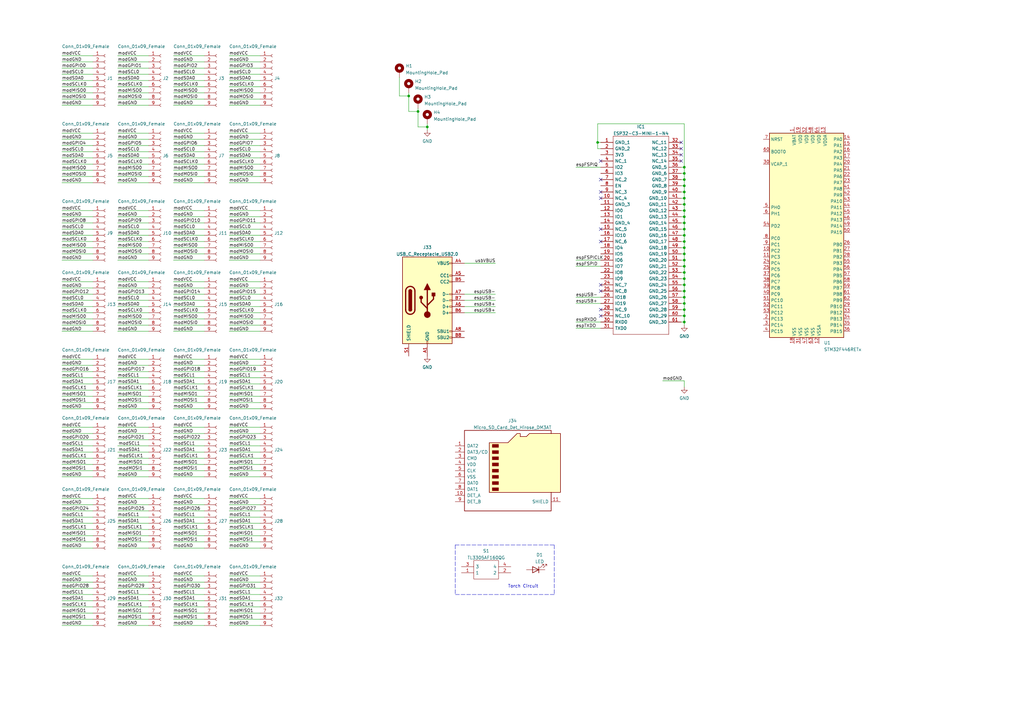
<source format=kicad_sch>
(kicad_sch (version 20211123) (generator eeschema)
  (paper "A3")
  (junction (at 280.67 119.38))
  (junction (at 280.67 88.9))
  (junction (at 280.67 124.46))
  (junction (at 280.67 76.2))
  (junction (at 280.67 106.68))
  (junction (at 280.67 83.82))
  (junction (at 167.64 39.37))
  (junction (at 280.67 81.28))
  (junction (at 175.26 52.07))
  (junction (at 245.11 58.42))
  (junction (at 280.67 91.44))
  (junction (at 280.67 86.36))
  (junction (at 171.45 45.72))
  (junction (at 280.67 121.92))
  (junction (at 280.67 93.98))
  (junction (at 280.67 116.84))
  (junction (at 280.67 78.74))
  (junction (at 280.67 111.76))
  (junction (at 280.67 73.66))
  (junction (at 280.67 109.22))
  (junction (at 280.67 101.6))
  (junction (at 280.67 96.52))
  (junction (at 280.67 129.54))
  (junction (at 280.67 132.08))
  (junction (at 280.67 68.58))
  (junction (at 280.67 71.12))
  (junction (at 280.67 99.06))
  (junction (at 280.67 127))
  (junction (at 280.67 104.14))
  (junction (at 280.67 114.3))
  (no_connect (at 246.38 93.98))
  (no_connect (at 246.38 129.54))
  (no_connect (at 246.38 127))
  (no_connect (at 246.38 119.38))
  (no_connect (at 246.38 99.06))
  (no_connect (at 279.4 66.04))
  (no_connect (at 279.4 63.5))
  (no_connect (at 279.4 60.96))
  (no_connect (at 279.4 58.42))
  (no_connect (at 246.38 66.04))
  (no_connect (at 246.38 81.28))
  (no_connect (at 246.38 78.74))
  (no_connect (at 246.38 73.66))
  (no_connect (at 246.38 116.84))
  (wire (pts (xy 25.4 241.3) (xy 38.1 241.3)))
  (wire (pts (xy 93.98 101.6) (xy 106.68 101.6)))
  (wire (pts (xy 71.12 165.1) (xy 83.82 165.1)))
  (wire (pts (xy 48.26 209.55) (xy 60.96 209.55)))
  (wire (pts (xy 93.98 217.17) (xy 106.68 217.17)))
  (wire (pts (xy 71.12 38.1) (xy 83.82 38.1)))
  (wire (pts (xy 93.98 236.22) (xy 106.68 236.22)))
  (wire (pts (xy 71.12 27.94) (xy 83.82 27.94)))
  (wire (pts (xy 71.12 195.58) (xy 83.82 195.58)))
  (wire (pts (xy 71.12 22.86) (xy 83.82 22.86)))
  (wire (pts (xy 71.12 99.06) (xy 83.82 99.06)))
  (wire (pts (xy 71.12 217.17) (xy 83.82 217.17)))
  (wire (pts (xy 93.98 27.94) (xy 106.68 27.94)))
  (wire (pts (xy 167.64 45.72) (xy 171.45 45.72)))
  (wire (pts (xy 71.12 130.81) (xy 83.82 130.81)))
  (wire (pts (xy 71.12 154.94) (xy 83.82 154.94)))
  (wire (pts (xy 71.12 193.04) (xy 83.82 193.04)))
  (wire (pts (xy 280.67 50.8) (xy 280.67 68.58)))
  (wire (pts (xy 190.5 125.73) (xy 203.2 125.73)))
  (wire (pts (xy 48.26 175.26) (xy 60.96 175.26)))
  (wire (pts (xy 280.67 73.66) (xy 280.67 71.12)))
  (wire (pts (xy 93.98 33.02) (xy 106.68 33.02)))
  (wire (pts (xy 280.67 132.08) (xy 280.67 129.54)))
  (wire (pts (xy 93.98 177.8) (xy 106.68 177.8)))
  (wire (pts (xy 93.98 96.52) (xy 106.68 96.52)))
  (wire (pts (xy 71.12 96.52) (xy 83.82 96.52)))
  (wire (pts (xy 236.22 121.92) (xy 246.38 121.92)))
  (wire (pts (xy 71.12 104.14) (xy 83.82 104.14)))
  (wire (pts (xy 71.12 204.47) (xy 83.82 204.47)))
  (wire (pts (xy 280.67 109.22) (xy 280.67 106.68)))
  (wire (pts (xy 48.26 219.71) (xy 60.96 219.71)))
  (wire (pts (xy 25.4 118.11) (xy 38.1 118.11)))
  (wire (pts (xy 93.98 59.69) (xy 106.68 59.69)))
  (wire (pts (xy 280.67 101.6) (xy 280.67 99.06)))
  (wire (pts (xy 93.98 256.54) (xy 106.68 256.54)))
  (wire (pts (xy 25.4 57.15) (xy 38.1 57.15)))
  (wire (pts (xy 280.67 83.82) (xy 280.67 81.28)))
  (wire (pts (xy 93.98 154.94) (xy 106.68 154.94)))
  (wire (pts (xy 48.26 93.98) (xy 60.96 93.98)))
  (wire (pts (xy 48.26 165.1) (xy 60.96 165.1)))
  (wire (pts (xy 48.26 88.9) (xy 60.96 88.9)))
  (wire (pts (xy 171.45 45.72) (xy 171.45 44.45)))
  (wire (pts (xy 48.26 246.38) (xy 60.96 246.38)))
  (wire (pts (xy 25.4 30.48) (xy 38.1 30.48)))
  (wire (pts (xy 48.26 162.56) (xy 60.96 162.56)))
  (wire (pts (xy 48.26 118.11) (xy 60.96 118.11)))
  (wire (pts (xy 93.98 195.58) (xy 106.68 195.58)))
  (wire (pts (xy 71.12 212.09) (xy 83.82 212.09)))
  (wire (pts (xy 48.26 91.44) (xy 60.96 91.44)))
  (wire (pts (xy 71.12 43.18) (xy 83.82 43.18)))
  (wire (pts (xy 48.26 190.5) (xy 60.96 190.5)))
  (wire (pts (xy 48.26 217.17) (xy 60.96 217.17)))
  (wire (pts (xy 280.67 96.52) (xy 280.67 93.98)))
  (wire (pts (xy 71.12 147.32) (xy 83.82 147.32)))
  (wire (pts (xy 48.26 64.77) (xy 60.96 64.77)))
  (wire (pts (xy 93.98 167.64) (xy 106.68 167.64)))
  (wire (pts (xy 48.26 224.79) (xy 60.96 224.79)))
  (wire (pts (xy 93.98 22.86) (xy 106.68 22.86)))
  (wire (pts (xy 48.26 167.64) (xy 60.96 167.64)))
  (wire (pts (xy 48.26 185.42) (xy 60.96 185.42)))
  (wire (pts (xy 48.26 128.27) (xy 60.96 128.27)))
  (wire (pts (xy 48.26 160.02) (xy 60.96 160.02)))
  (wire (pts (xy 48.26 67.31) (xy 60.96 67.31)))
  (wire (pts (xy 93.98 241.3) (xy 106.68 241.3)))
  (wire (pts (xy 93.98 149.86) (xy 106.68 149.86)))
  (wire (pts (xy 280.67 68.58) (xy 279.4 68.58)))
  (wire (pts (xy 236.22 109.22) (xy 246.38 109.22)))
  (wire (pts (xy 93.98 251.46) (xy 106.68 251.46)))
  (wire (pts (xy 48.26 177.8) (xy 60.96 177.8)))
  (wire (pts (xy 25.4 204.47) (xy 38.1 204.47)))
  (wire (pts (xy 280.67 78.74) (xy 280.67 76.2)))
  (wire (pts (xy 48.26 99.06) (xy 60.96 99.06)))
  (wire (pts (xy 71.12 251.46) (xy 83.82 251.46)))
  (wire (pts (xy 71.12 74.93) (xy 83.82 74.93)))
  (wire (pts (xy 93.98 246.38) (xy 106.68 246.38)))
  (wire (pts (xy 71.12 185.42) (xy 83.82 185.42)))
  (wire (pts (xy 48.26 125.73) (xy 60.96 125.73)))
  (wire (pts (xy 48.26 238.76) (xy 60.96 238.76)))
  (wire (pts (xy 25.4 214.63) (xy 38.1 214.63)))
  (wire (pts (xy 25.4 91.44) (xy 38.1 91.44)))
  (wire (pts (xy 93.98 35.56) (xy 106.68 35.56)))
  (wire (pts (xy 25.4 115.57) (xy 38.1 115.57)))
  (wire (pts (xy 25.4 167.64) (xy 38.1 167.64)))
  (wire (pts (xy 71.12 125.73) (xy 83.82 125.73)))
  (wire (pts (xy 175.26 53.34) (xy 175.26 52.07)))
  (wire (pts (xy 71.12 133.35) (xy 83.82 133.35)))
  (wire (pts (xy 25.4 149.86) (xy 38.1 149.86)))
  (wire (pts (xy 190.5 120.65) (xy 203.2 120.65)))
  (wire (pts (xy 236.22 134.62) (xy 246.38 134.62)))
  (wire (pts (xy 48.26 195.58) (xy 60.96 195.58)))
  (wire (pts (xy 280.67 81.28) (xy 280.67 78.74)))
  (wire (pts (xy 25.4 217.17) (xy 38.1 217.17)))
  (wire (pts (xy 71.12 157.48) (xy 83.82 157.48)))
  (wire (pts (xy 279.4 83.82) (xy 280.67 83.82)))
  (wire (pts (xy 25.4 152.4) (xy 38.1 152.4)))
  (wire (pts (xy 93.98 43.18) (xy 106.68 43.18)))
  (wire (pts (xy 71.12 118.11) (xy 83.82 118.11)))
  (wire (pts (xy 93.98 106.68) (xy 106.68 106.68)))
  (wire (pts (xy 25.4 27.94) (xy 38.1 27.94)))
  (wire (pts (xy 93.98 238.76) (xy 106.68 238.76)))
  (wire (pts (xy 93.98 40.64) (xy 106.68 40.64)))
  (wire (pts (xy 167.64 39.37) (xy 167.64 38.1)))
  (wire (pts (xy 71.12 33.02) (xy 83.82 33.02)))
  (wire (pts (xy 25.4 128.27) (xy 38.1 128.27)))
  (wire (pts (xy 48.26 72.39) (xy 60.96 72.39)))
  (wire (pts (xy 279.4 109.22) (xy 280.67 109.22)))
  (wire (pts (xy 279.4 124.46) (xy 280.67 124.46)))
  (wire (pts (xy 93.98 162.56) (xy 106.68 162.56)))
  (wire (pts (xy 48.26 251.46) (xy 60.96 251.46)))
  (wire (pts (xy 25.4 22.86) (xy 38.1 22.86)))
  (wire (pts (xy 93.98 254) (xy 106.68 254)))
  (wire (pts (xy 25.4 33.02) (xy 38.1 33.02)))
  (wire (pts (xy 280.67 86.36) (xy 280.67 83.82)))
  (wire (pts (xy 71.12 167.64) (xy 83.82 167.64)))
  (wire (pts (xy 48.26 69.85) (xy 60.96 69.85)))
  (wire (pts (xy 71.12 162.56) (xy 83.82 162.56)))
  (wire (pts (xy 48.26 101.6) (xy 60.96 101.6)))
  (wire (pts (xy 25.4 224.79) (xy 38.1 224.79)))
  (wire (pts (xy 48.26 254) (xy 60.96 254)))
  (wire (pts (xy 25.4 243.84) (xy 38.1 243.84)))
  (wire (pts (xy 236.22 68.58) (xy 246.38 68.58)))
  (wire (pts (xy 203.2 128.27) (xy 190.5 128.27)))
  (wire (pts (xy 48.26 180.34) (xy 60.96 180.34)))
  (wire (pts (xy 93.98 207.01) (xy 106.68 207.01)))
  (wire (pts (xy 25.4 69.85) (xy 38.1 69.85)))
  (wire (pts (xy 71.12 93.98) (xy 83.82 93.98)))
  (wire (pts (xy 280.67 124.46) (xy 280.67 121.92)))
  (wire (pts (xy 48.26 248.92) (xy 60.96 248.92)))
  (wire (pts (xy 71.12 152.4) (xy 83.82 152.4)))
  (wire (pts (xy 93.98 243.84) (xy 106.68 243.84)))
  (polyline (pts (xy 186.69 223.52) (xy 227.33 223.52)))
  (wire (pts (xy 48.26 135.89) (xy 60.96 135.89)))
  (wire (pts (xy 236.22 106.68) (xy 246.38 106.68)))
  (wire (pts (xy 48.26 35.56) (xy 60.96 35.56)))
  (wire (pts (xy 93.98 204.47) (xy 106.68 204.47)))
  (wire (pts (xy 280.67 93.98) (xy 280.67 91.44)))
  (wire (pts (xy 93.98 118.11) (xy 106.68 118.11)))
  (wire (pts (xy 279.4 73.66) (xy 280.67 73.66)))
  (wire (pts (xy 25.4 123.19) (xy 38.1 123.19)))
  (wire (pts (xy 25.4 40.64) (xy 38.1 40.64)))
  (wire (pts (xy 245.11 58.42) (xy 245.11 50.8)))
  (wire (pts (xy 71.12 214.63) (xy 83.82 214.63)))
  (wire (pts (xy 71.12 30.48) (xy 83.82 30.48)))
  (wire (pts (xy 71.12 243.84) (xy 83.82 243.84)))
  (wire (pts (xy 279.4 88.9) (xy 280.67 88.9)))
  (wire (pts (xy 93.98 214.63) (xy 106.68 214.63)))
  (wire (pts (xy 71.12 219.71) (xy 83.82 219.71)))
  (wire (pts (xy 71.12 59.69) (xy 83.82 59.69)))
  (wire (pts (xy 93.98 147.32) (xy 106.68 147.32)))
  (wire (pts (xy 279.4 132.08) (xy 280.67 132.08)))
  (wire (pts (xy 48.26 157.48) (xy 60.96 157.48)))
  (wire (pts (xy 25.4 43.18) (xy 38.1 43.18)))
  (wire (pts (xy 93.98 209.55) (xy 106.68 209.55)))
  (wire (pts (xy 25.4 251.46) (xy 38.1 251.46)))
  (wire (pts (xy 93.98 54.61) (xy 106.68 54.61)))
  (wire (pts (xy 48.26 212.09) (xy 60.96 212.09)))
  (wire (pts (xy 71.12 88.9) (xy 83.82 88.9)))
  (wire (pts (xy 279.4 121.92) (xy 280.67 121.92)))
  (wire (pts (xy 25.4 180.34) (xy 38.1 180.34)))
  (wire (pts (xy 25.4 182.88) (xy 38.1 182.88)))
  (wire (pts (xy 25.4 193.04) (xy 38.1 193.04)))
  (wire (pts (xy 48.26 222.25) (xy 60.96 222.25)))
  (wire (pts (xy 93.98 67.31) (xy 106.68 67.31)))
  (wire (pts (xy 25.4 165.1) (xy 38.1 165.1)))
  (wire (pts (xy 280.67 111.76) (xy 280.67 109.22)))
  (wire (pts (xy 25.4 133.35) (xy 38.1 133.35)))
  (wire (pts (xy 25.4 222.25) (xy 38.1 222.25)))
  (wire (pts (xy 71.12 115.57) (xy 83.82 115.57)))
  (wire (pts (xy 190.5 123.19) (xy 203.2 123.19)))
  (wire (pts (xy 48.26 236.22) (xy 60.96 236.22)))
  (wire (pts (xy 93.98 182.88) (xy 106.68 182.88)))
  (wire (pts (xy 279.4 104.14) (xy 280.67 104.14)))
  (wire (pts (xy 236.22 132.08) (xy 246.38 132.08)))
  (wire (pts (xy 175.26 52.07) (xy 175.26 50.8)))
  (wire (pts (xy 71.12 160.02) (xy 83.82 160.02)))
  (wire (pts (xy 93.98 130.81) (xy 106.68 130.81)))
  (wire (pts (xy 48.26 187.96) (xy 60.96 187.96)))
  (wire (pts (xy 71.12 254) (xy 83.82 254)))
  (wire (pts (xy 93.98 219.71) (xy 106.68 219.71)))
  (wire (pts (xy 48.26 96.52) (xy 60.96 96.52)))
  (wire (pts (xy 48.26 43.18) (xy 60.96 43.18)))
  (wire (pts (xy 25.4 120.65) (xy 38.1 120.65)))
  (wire (pts (xy 171.45 52.07) (xy 175.26 52.07)))
  (wire (pts (xy 71.12 123.19) (xy 83.82 123.19)))
  (wire (pts (xy 48.26 22.86) (xy 60.96 22.86)))
  (wire (pts (xy 93.98 135.89) (xy 106.68 135.89)))
  (wire (pts (xy 71.12 209.55) (xy 83.82 209.55)))
  (wire (pts (xy 48.26 62.23) (xy 60.96 62.23)))
  (wire (pts (xy 25.4 219.71) (xy 38.1 219.71)))
  (wire (pts (xy 25.4 125.73) (xy 38.1 125.73)))
  (wire (pts (xy 25.4 104.14) (xy 38.1 104.14)))
  (wire (pts (xy 25.4 86.36) (xy 38.1 86.36)))
  (wire (pts (xy 25.4 59.69) (xy 38.1 59.69)))
  (wire (pts (xy 93.98 57.15) (xy 106.68 57.15)))
  (wire (pts (xy 71.12 246.38) (xy 83.82 246.38)))
  (wire (pts (xy 280.67 91.44) (xy 280.67 88.9)))
  (wire (pts (xy 279.4 119.38) (xy 280.67 119.38)))
  (wire (pts (xy 48.26 241.3) (xy 60.96 241.3)))
  (wire (pts (xy 93.98 93.98) (xy 106.68 93.98)))
  (wire (pts (xy 48.26 182.88) (xy 60.96 182.88)))
  (wire (pts (xy 71.12 86.36) (xy 83.82 86.36)))
  (wire (pts (xy 71.12 256.54) (xy 83.82 256.54)))
  (wire (pts (xy 25.4 154.94) (xy 38.1 154.94)))
  (wire (pts (xy 71.12 187.96) (xy 83.82 187.96)))
  (wire (pts (xy 93.98 38.1) (xy 106.68 38.1)))
  (wire (pts (xy 25.4 106.68) (xy 38.1 106.68)))
  (wire (pts (xy 71.12 91.44) (xy 83.82 91.44)))
  (wire (pts (xy 25.4 256.54) (xy 38.1 256.54)))
  (wire (pts (xy 93.98 128.27) (xy 106.68 128.27)))
  (wire (pts (xy 279.4 76.2) (xy 280.67 76.2)))
  (wire (pts (xy 48.26 154.94) (xy 60.96 154.94)))
  (wire (pts (xy 93.98 187.96) (xy 106.68 187.96)))
  (wire (pts (xy 48.26 204.47) (xy 60.96 204.47)))
  (wire (pts (xy 71.12 64.77) (xy 83.82 64.77)))
  (wire (pts (xy 93.98 30.48) (xy 106.68 30.48)))
  (wire (pts (xy 25.4 130.81) (xy 38.1 130.81)))
  (wire (pts (xy 71.12 190.5) (xy 83.82 190.5)))
  (wire (pts (xy 163.83 39.37) (xy 167.64 39.37)))
  (wire (pts (xy 25.4 160.02) (xy 38.1 160.02)))
  (wire (pts (xy 25.4 64.77) (xy 38.1 64.77)))
  (wire (pts (xy 25.4 177.8) (xy 38.1 177.8)))
  (wire (pts (xy 71.12 25.4) (xy 83.82 25.4)))
  (wire (pts (xy 71.12 207.01) (xy 83.82 207.01)))
  (wire (pts (xy 25.4 74.93) (xy 38.1 74.93)))
  (wire (pts (xy 93.98 160.02) (xy 106.68 160.02)))
  (wire (pts (xy 279.4 106.68) (xy 280.67 106.68)))
  (wire (pts (xy 71.12 241.3) (xy 83.82 241.3)))
  (wire (pts (xy 279.4 114.3) (xy 280.67 114.3)))
  (wire (pts (xy 280.67 88.9) (xy 280.67 86.36)))
  (wire (pts (xy 271.78 156.21) (xy 280.67 156.21)))
  (wire (pts (xy 93.98 212.09) (xy 106.68 212.09)))
  (wire (pts (xy 171.45 45.72) (xy 171.45 52.07)))
  (wire (pts (xy 93.98 157.48) (xy 106.68 157.48)))
  (wire (pts (xy 93.98 125.73) (xy 106.68 125.73)))
  (wire (pts (xy 93.98 190.5) (xy 106.68 190.5)))
  (wire (pts (xy 280.67 121.92) (xy 280.67 119.38)))
  (wire (pts (xy 93.98 222.25) (xy 106.68 222.25)))
  (wire (pts (xy 71.12 35.56) (xy 83.82 35.56)))
  (wire (pts (xy 48.26 133.35) (xy 60.96 133.35)))
  (wire (pts (xy 280.67 99.06) (xy 280.67 96.52)))
  (wire (pts (xy 280.67 116.84) (xy 280.67 114.3)))
  (wire (pts (xy 71.12 222.25) (xy 83.82 222.25)))
  (wire (pts (xy 280.67 71.12) (xy 280.67 68.58)))
  (wire (pts (xy 48.26 59.69) (xy 60.96 59.69)))
  (wire (pts (xy 25.4 72.39) (xy 38.1 72.39)))
  (wire (pts (xy 48.26 123.19) (xy 60.96 123.19)))
  (wire (pts (xy 279.4 96.52) (xy 280.67 96.52)))
  (wire (pts (xy 93.98 165.1) (xy 106.68 165.1)))
  (wire (pts (xy 25.4 96.52) (xy 38.1 96.52)))
  (wire (pts (xy 71.12 182.88) (xy 83.82 182.88)))
  (wire (pts (xy 25.4 38.1) (xy 38.1 38.1)))
  (wire (pts (xy 71.12 149.86) (xy 83.82 149.86)))
  (wire (pts (xy 25.4 207.01) (xy 38.1 207.01)))
  (wire (pts (xy 25.4 212.09) (xy 38.1 212.09)))
  (wire (pts (xy 93.98 248.92) (xy 106.68 248.92)))
  (wire (pts (xy 48.26 256.54) (xy 60.96 256.54)))
  (wire (pts (xy 279.4 99.06) (xy 280.67 99.06)))
  (wire (pts (xy 25.4 209.55) (xy 38.1 209.55)))
  (wire (pts (xy 279.4 101.6) (xy 280.67 101.6)))
  (wire (pts (xy 25.4 162.56) (xy 38.1 162.56)))
  (wire (pts (xy 93.98 88.9) (xy 106.68 88.9)))
  (wire (pts (xy 279.4 86.36) (xy 280.67 86.36)))
  (wire (pts (xy 71.12 224.79) (xy 83.82 224.79)))
  (wire (pts (xy 280.67 104.14) (xy 280.67 101.6)))
  (wire (pts (xy 167.64 39.37) (xy 167.64 45.72)))
  (wire (pts (xy 93.98 104.14) (xy 106.68 104.14)))
  (wire (pts (xy 71.12 40.64) (xy 83.82 40.64)))
  (wire (pts (xy 280.67 76.2) (xy 280.67 73.66)))
  (wire (pts (xy 280.67 129.54) (xy 280.67 127)))
  (wire (pts (xy 93.98 175.26) (xy 106.68 175.26)))
  (wire (pts (xy 93.98 193.04) (xy 106.68 193.04)))
  (wire (pts (xy 71.12 248.92) (xy 83.82 248.92)))
  (wire (pts (xy 279.4 127) (xy 280.67 127)))
  (wire (pts (xy 71.12 177.8) (xy 83.82 177.8)))
  (wire (pts (xy 48.26 214.63) (xy 60.96 214.63)))
  (wire (pts (xy 25.4 101.6) (xy 38.1 101.6)))
  (wire (pts (xy 279.4 81.28) (xy 280.67 81.28)))
  (polyline (pts (xy 186.69 223.52) (xy 186.69 243.84)))
  (wire (pts (xy 93.98 64.77) (xy 106.68 64.77)))
  (wire (pts (xy 48.26 149.86) (xy 60.96 149.86)))
  (wire (pts (xy 71.12 128.27) (xy 83.82 128.27)))
  (wire (pts (xy 245.11 60.96) (xy 245.11 58.42)))
  (wire (pts (xy 25.4 35.56) (xy 38.1 35.56)))
  (wire (pts (xy 25.4 248.92) (xy 38.1 248.92)))
  (wire (pts (xy 48.26 104.14) (xy 60.96 104.14)))
  (wire (pts (xy 71.12 72.39) (xy 83.82 72.39)))
  (wire (pts (xy 93.98 86.36) (xy 106.68 86.36)))
  (wire (pts (xy 25.4 62.23) (xy 38.1 62.23)))
  (wire (pts (xy 280.67 133.35) (xy 280.67 132.08)))
  (wire (pts (xy 48.26 54.61) (xy 60.96 54.61)))
  (wire (pts (xy 93.98 224.79) (xy 106.68 224.79)))
  (wire (pts (xy 71.12 101.6) (xy 83.82 101.6)))
  (wire (pts (xy 279.4 111.76) (xy 280.67 111.76)))
  (wire (pts (xy 280.67 127) (xy 280.67 124.46)))
  (polyline (pts (xy 227.33 243.84) (xy 186.69 243.84)))
  (wire (pts (xy 48.26 115.57) (xy 60.96 115.57)))
  (wire (pts (xy 93.98 91.44) (xy 106.68 91.44)))
  (wire (pts (xy 25.4 238.76) (xy 38.1 238.76)))
  (wire (pts (xy 48.26 25.4) (xy 60.96 25.4)))
  (wire (pts (xy 25.4 246.38) (xy 38.1 246.38)))
  (wire (pts (xy 190.5 107.95) (xy 203.2 107.95)))
  (wire (pts (xy 245.11 50.8) (xy 280.67 50.8)))
  (wire (pts (xy 93.98 25.4) (xy 106.68 25.4)))
  (wire (pts (xy 93.98 69.85) (xy 106.68 69.85)))
  (wire (pts (xy 48.26 207.01) (xy 60.96 207.01)))
  (wire (pts (xy 25.4 67.31) (xy 38.1 67.31)))
  (wire (pts (xy 93.98 99.06) (xy 106.68 99.06)))
  (wire (pts (xy 163.83 31.75) (xy 163.83 39.37)))
  (wire (pts (xy 48.26 243.84) (xy 60.96 243.84)))
  (wire (pts (xy 48.26 74.93) (xy 60.96 74.93)))
  (wire (pts (xy 25.4 185.42) (xy 38.1 185.42)))
  (wire (pts (xy 246.38 60.96) (xy 245.11 60.96)))
  (wire (pts (xy 48.26 147.32) (xy 60.96 147.32)))
  (wire (pts (xy 48.26 152.4) (xy 60.96 152.4)))
  (wire (pts (xy 93.98 62.23) (xy 106.68 62.23)))
  (wire (pts (xy 245.11 58.42) (xy 246.38 58.42)))
  (wire (pts (xy 93.98 133.35) (xy 106.68 133.35)))
  (wire (pts (xy 93.98 152.4) (xy 106.68 152.4)))
  (wire (pts (xy 280.67 119.38) (xy 280.67 116.84)))
  (wire (pts (xy 25.4 135.89) (xy 38.1 135.89)))
  (wire (pts (xy 279.4 93.98) (xy 280.67 93.98)))
  (wire (pts (xy 279.4 78.74) (xy 280.67 78.74)))
  (wire (pts (xy 25.4 195.58) (xy 38.1 195.58)))
  (wire (pts (xy 93.98 72.39) (xy 106.68 72.39)))
  (wire (pts (xy 236.22 124.46) (xy 246.38 124.46)))
  (wire (pts (xy 25.4 88.9) (xy 38.1 88.9)))
  (wire (pts (xy 93.98 115.57) (xy 106.68 115.57)))
  (wire (pts (xy 25.4 54.61) (xy 38.1 54.61)))
  (wire (pts (xy 25.4 25.4) (xy 38.1 25.4)))
  (wire (pts (xy 48.26 130.81) (xy 60.96 130.81)))
  (wire (pts (xy 48.26 30.48) (xy 60.96 30.48)))
  (wire (pts (xy 25.4 147.32) (xy 38.1 147.32)))
  (wire (pts (xy 48.26 106.68) (xy 60.96 106.68)))
  (wire (pts (xy 71.12 57.15) (xy 83.82 57.15)))
  (polyline (pts (xy 227.33 223.52) (xy 227.33 243.84)))
  (wire (pts (xy 48.26 193.04) (xy 60.96 193.04)))
  (wire (pts (xy 71.12 238.76) (xy 83.82 238.76)))
  (wire (pts (xy 93.98 123.19) (xy 106.68 123.19)))
  (wire (pts (xy 279.4 129.54) (xy 280.67 129.54)))
  (wire (pts (xy 71.12 54.61) (xy 83.82 54.61)))
  (wire (pts (xy 25.4 187.96) (xy 38.1 187.96)))
  (wire (pts (xy 93.98 74.93) (xy 106.68 74.93)))
  (wire (pts (xy 71.12 62.23) (xy 83.82 62.23)))
  (wire (pts (xy 25.4 157.48) (xy 38.1 157.48)))
  (wire (pts (xy 71.12 135.89) (xy 83.82 135.89)))
  (wire (pts (xy 71.12 67.31) (xy 83.82 67.31)))
  (wire (pts (xy 71.12 106.68) (xy 83.82 106.68)))
  (wire (pts (xy 71.12 175.26) (xy 83.82 175.26)))
  (wire (pts (xy 71.12 120.65) (xy 83.82 120.65)))
  (wire (pts (xy 279.4 116.84) (xy 280.67 116.84)))
  (wire (pts (xy 71.12 180.34) (xy 83.82 180.34)))
  (wire (pts (xy 25.4 175.26) (xy 38.1 175.26)))
  (wire (pts (xy 71.12 236.22) (xy 83.82 236.22)))
  (wire (pts (xy 48.26 120.65) (xy 60.96 120.65)))
  (wire (pts (xy 280.67 158.75) (xy 280.67 156.21)))
  (wire (pts (xy 25.4 190.5) (xy 38.1 190.5)))
  (wire (pts (xy 48.26 33.02) (xy 60.96 33.02)))
  (wire (pts (xy 48.26 57.15) (xy 60.96 57.15)))
  (wire (pts (xy 48.26 40.64) (xy 60.96 40.64)))
  (wire (pts (xy 279.4 71.12) (xy 280.67 71.12)))
  (wire (pts (xy 279.4 91.44) (xy 280.67 91.44)))
  (wire (pts (xy 93.98 120.65) (xy 106.68 120.65)))
  (wire (pts (xy 93.98 185.42) (xy 106.68 185.42)))
  (wire (pts (xy 280.67 106.68) (xy 280.67 104.14)))
  (wire (pts (xy 71.12 69.85) (xy 83.82 69.85)))
  (wire (pts (xy 48.26 27.94) (xy 60.96 27.94)))
  (wire (pts (xy 280.67 114.3) (xy 280.67 111.76)))
  (wire (pts (xy 25.4 254) (xy 38.1 254)))
  (wire (pts (xy 48.26 86.36) (xy 60.96 86.36)))
  (wire (pts (xy 25.4 93.98) (xy 38.1 93.98)))
  (wire (pts (xy 93.98 180.34) (xy 106.68 180.34)))
  (wire (pts (xy 48.26 38.1) (xy 60.96 38.1)))
  (wire (pts (xy 25.4 236.22) (xy 38.1 236.22)))
  (wire (pts (xy 25.4 99.06) (xy 38.1 99.06)))
  (text "Torch Circuit" (at 208.28 241.3 0) (effects (font (size 1.27 1.27)) (justify left bottom)))
  (label "modSCL1" (at 93.98 154.94 0))
  (label "modGND" (at 25.4 25.4 0))
  (label "modSDA0" (at 71.12 96.52 0))
  (label "modSCLK1" (at 93.98 160.02 0))
  (label "modSDA0" (at 71.12 125.73 0))
  (label "modSDA0" (at 25.4 33.02 0))
  (label "modMISO0" (at 48.26 69.85 0))
  (label "modSCL1" (at 93.98 243.84 0))
  (label "modGND" (at 48.26 177.8 0))
  (label "modMOSI0" (at 25.4 72.39 0))
  (label "modMISO1" (at 71.12 162.56 0))
  (label "modGPIO12" (at 25.4 120.65 0))
  (label "modSCL0" (at 93.98 123.19 0))
  (label "modGND" (at 25.4 135.89 0))
  (label "modMISO1" (at 71.12 251.46 0))
  (label "usbVBUS" (at 203.2 107.95 180))
  (label "modGPIO21" (at 48.26 180.34 0))
  (label "modVCC" (at 25.4 147.32 0))
  (label "modSDA1" (at 71.12 246.38 0))
  (label "modGND" (at 93.98 25.4 0))
  (label "modMISO0" (at 25.4 101.6 0))
  (label "modSCLK0" (at 25.4 128.27 0))
  (label "modSCL1" (at 48.26 212.09 0))
  (label "espTXDO" (at 236.22 134.62 0))
  (label "modVCC" (at 93.98 86.36 0))
  (label "modGND" (at 93.98 43.18 0))
  (label "modGND" (at 93.98 74.93 0))
  (label "modSCL0" (at 25.4 62.23 0))
  (label "modVCC" (at 71.12 147.32 0))
  (label "modVCC" (at 93.98 147.32 0))
  (label "modMISO1" (at 48.26 162.56 0))
  (label "modSCLK0" (at 48.26 99.06 0))
  (label "modSCLK1" (at 25.4 217.17 0))
  (label "modSCLK0" (at 48.26 128.27 0))
  (label "espUSB+" (at 203.2 128.27 180))
  (label "modGND" (at 93.98 195.58 0))
  (label "modMOSI1" (at 93.98 254 0))
  (label "modSCL0" (at 48.26 30.48 0))
  (label "modGND" (at 48.26 224.79 0))
  (label "modSCL1" (at 71.12 243.84 0))
  (label "modMOSI0" (at 48.26 72.39 0))
  (label "modVCC" (at 71.12 204.47 0))
  (label "modSCL1" (at 48.26 154.94 0))
  (label "modSCL0" (at 48.26 123.19 0))
  (label "modSCLK1" (at 25.4 187.96 0))
  (label "modGND" (at 48.26 118.11 0))
  (label "modVCC" (at 71.12 175.26 0))
  (label "modGND" (at 71.12 238.76 0))
  (label "modSCL0" (at 48.26 62.23 0))
  (label "modSCLK1" (at 48.26 160.02 0))
  (label "modGPIO27" (at 93.98 209.55 0))
  (label "modSCL1" (at 25.4 182.88 0))
  (label "modSDA1" (at 71.12 214.63 0))
  (label "modSCL1" (at 48.5853 182.88 0))
  (label "modSDA1" (at 93.98 214.63 0))
  (label "modMISO1" (at 93.98 251.46 0))
  (label "modSCL1" (at 48.26 243.84 0))
  (label "modMOSI1" (at 93.98 222.25 0))
  (label "modMISO1" (at 48.26 219.71 0))
  (label "modMISO0" (at 71.12 38.1 0))
  (label "modMOSI0" (at 71.12 72.39 0))
  (label "modMISO0" (at 25.4 69.85 0))
  (label "modMISO0" (at 93.98 38.1 0))
  (label "modSCLK0" (at 25.4 99.06 0))
  (label "modGPIO6" (at 71.12 59.69 0))
  (label "modSDA0" (at 93.98 33.02 0))
  (label "modGND" (at 93.98 88.9 0))
  (label "modSDA0" (at 48.26 33.02 0))
  (label "modVCC" (at 93.98 175.26 0))
  (label "modMOSI1" (at 71.12 222.25 0))
  (label "modSDA1" (at 71.12 185.42 0))
  (label "espUSB-" (at 203.2 120.65 180))
  (label "modGND" (at 48.26 135.89 0))
  (label "modVCC" (at 25.4 22.86 0))
  (label "modSCL1" (at 71.12 182.88 0))
  (label "modMISO1" (at 71.12 190.5 0))
  (label "modSDA1" (at 25.4 214.63 0))
  (label "modGND" (at 48.26 207.01 0))
  (label "modGPIO5" (at 48.26 59.69 0))
  (label "modSCL0" (at 71.12 123.19 0))
  (label "modGND" (at 48.26 167.64 0))
  (label "modMISO1" (at 25.4 219.71 0))
  (label "modSDA1" (at 48.5853 185.42 0))
  (label "modGND" (at 71.12 118.11 0))
  (label "modMOSI0" (at 25.4 133.35 0))
  (label "modGND" (at 71.12 88.9 0))
  (label "modMISO0" (at 48.26 101.6 0))
  (label "modSCL0" (at 93.98 30.48 0))
  (label "modMOSI0" (at 48.26 133.35 0))
  (label "modMOSI1" (at 71.12 193.04 0))
  (label "espUSB-" (at 236.22 121.92 0))
  (label "modGND" (at 25.4 195.58 0))
  (label "modGND" (at 25.4 224.79 0))
  (label "modVCC" (at 48.26 236.22 0))
  (label "modGND" (at 93.98 106.68 0))
  (label "modGPIO0" (at 25.4 27.94 0))
  (label "modVCC" (at 25.4 204.47 0))
  (label "modSCLK1" (at 48.26 217.17 0))
  (label "modSCL1" (at 71.12 212.09 0))
  (label "modSCLK1" (at 71.12 160.02 0))
  (label "modGND" (at 93.98 256.54 0))
  (label "modVCC" (at 25.4 86.36 0))
  (label "modSDA1" (at 48.26 246.38 0))
  (label "modSCL0" (at 93.98 93.98 0))
  (label "modSCLK1" (at 93.98 248.92 0))
  (label "modGND" (at 25.4 149.86 0))
  (label "modGND" (at 48.26 238.76 0))
  (label "modGPIO19" (at 93.98 152.4 0))
  (label "modMISO1" (at 25.4 251.46 0))
  (label "modGPIO16" (at 25.4 152.4 0))
  (label "modSDA0" (at 25.4 125.73 0))
  (label "espUSB+" (at 203.2 125.73 180))
  (label "espFSPICLK" (at 236.22 106.68 0))
  (label "modSCLK1" (at 48.26 248.92 0))
  (label "modGPIO31" (at 93.98 241.3 0))
  (label "modSCLK0" (at 71.12 35.56 0))
  (label "modSCL0" (at 93.98 62.23 0))
  (label "modVCC" (at 71.12 236.22 0))
  (label "modGND" (at 71.12 177.8 0))
  (label "modGND" (at 25.4 238.76 0))
  (label "modSCLK0" (at 93.98 67.31 0))
  (label "modSCLK0" (at 93.98 128.27 0))
  (label "modGPIO13" (at 48.26 120.65 0))
  (label "modGPIO22" (at 71.12 180.34 0))
  (label "modSDA1" (at 25.4 246.38 0))
  (label "modMOSI1" (at 71.12 254 0))
  (label "modGND" (at 93.98 118.11 0))
  (label "modMOSI1" (at 25.4 193.04 0))
  (label "modSDA0" (at 93.98 96.52 0))
  (label "modMOSI0" (at 93.98 133.35 0))
  (label "modMISO0" (at 25.4 130.81 0))
  (label "modMOSI0" (at 93.98 72.39 0))
  (label "modSCL1" (at 25.4 154.94 0))
  (label "modSCL0" (at 25.4 93.98 0))
  (label "modVCC" (at 71.12 22.86 0))
  (label "modVCC" (at 93.98 204.47 0))
  (label "modMOSI1" (at 48.26 254 0))
  (label "modMOSI1" (at 71.12 165.1 0))
  (label "modMISO1" (at 48.5853 190.5 0))
  (label "modVCC" (at 25.4 54.61 0))
  (label "modSCLK0" (at 25.4 35.56 0))
  (label "modSCLK1" (at 48.5853 187.96 0))
  (label "modMISO0" (at 71.12 130.81 0))
  (label "modGPIO15" (at 93.98 120.65 0))
  (label "modGPIO29" (at 48.26 241.3 0))
  (label "modGPIO26" (at 71.12 209.55 0))
  (label "modSCLK0" (at 48.26 35.56 0))
  (label "modSCLK1" (at 93.98 217.17 0))
  (label "modMISO0" (at 93.98 69.85 0))
  (label "modMOSI1" (at 48.5853 193.04 0))
  (label "modGPIO23" (at 93.98 180.34 0))
  (label "modGND" (at 71.12 25.4 0))
  (label "modVCC" (at 48.26 147.32 0))
  (label "modMISO1" (at 25.4 190.5 0))
  (label "modGPIO7" (at 93.98 59.69 0))
  (label "modGND" (at 25.4 57.15 0))
  (label "modGPIO30" (at 71.12 241.3 0))
  (label "modSDA0" (at 93.98 64.77 0))
  (label "modSCLK1" (at 71.12 217.17 0))
  (label "espUSB-" (at 203.2 123.19 180))
  (label "modMOSI1" (at 48.26 222.25 0))
  (label "modGPIO4" (at 25.4 59.69 0))
  (label "modGND" (at 71.12 195.58 0))
  (label "modMOSI0" (at 71.12 133.35 0))
  (label "modVCC" (at 25.4 175.26 0))
  (label "modMISO1" (at 93.98 219.71 0))
  (label "modVCC" (at 93.98 115.57 0))
  (label "modMISO1" (at 25.4 162.56 0))
  (label "modGND" (at 93.98 224.79 0))
  (label "modMISO0" (at 71.12 69.85 0))
  (label "modSCL0" (at 25.4 30.48 0))
  (label "modSCL1" (at 93.98 182.88 0))
  (label "modMISO0" (at 93.98 101.6 0))
  (label "modMISO0" (at 71.12 101.6 0))
  (label "modMISO1" (at 71.12 219.71 0))
  (label "modSCL0" (at 71.12 93.98 0))
  (label "modGND" (at 48.26 57.15 0))
  (label "modMISO0" (at 25.4 38.1 0))
  (label "modMOSI1" (at 93.98 165.1 0))
  (label "modGPIO11" (at 93.98 91.44 0))
  (label "modSCL1" (at 25.4 243.84 0))
  (label "modMISO1" (at 48.26 251.46 0))
  (label "modGPIO18" (at 71.12 152.4 0))
  (label "modMOSI0" (at 71.12 40.64 0))
  (label "modGND" (at 25.4 256.54 0))
  (label "modGND" (at 71.12 149.86 0))
  (label "modVCC" (at 48.26 204.47 0))
  (label "modMOSI0" (at 25.4 104.14 0))
  (label "modMISO1" (at 93.98 190.5 0))
  (label "modSDA1" (at 25.4 157.48 0))
  (label "espFSPID" (at 236.22 109.22 0))
  (label "espUSB+" (at 236.22 124.46 0))
  (label "modGND" (at 25.4 74.93 0))
  (label "modMOSI0" (at 71.12 104.14 0))
  (label "modGND" (at 71.12 224.79 0))
  (label "modSCLK1" (at 93.98 187.96 0))
  (label "modGND" (at 48.26 74.93 0))
  (label "modGND" (at 93.98 135.89 0))
  (label "modVCC" (at 48.26 22.86 0))
  (label "modGND" (at 71.12 135.89 0))
  (label "modMOSI0" (at 48.26 104.14 0))
  (label "espFSPIQ" (at 236.22 68.58 0))
  (label "modGPIO24" (at 25.4 209.55 0))
  (label "modSCL1" (at 93.98 212.09 0))
  (label "modSCL0" (at 71.12 62.23 0))
  (label "modSCLK1" (at 25.4 160.02 0))
  (label "modSDA1" (at 25.4 185.42 0))
  (label "modGPIO10" (at 71.12 91.44 0))
  (label "modGPIO9" (at 48.26 91.44 0))
  (label "modSCL0" (at 48.26 93.98 0))
  (label "modSCLK1" (at 25.4 248.92 0))
  (label "modSCL0" (at 71.12 30.48 0))
  (label "modMOSI0" (at 93.98 40.64 0))
  (label "modVCC" (at 93.98 236.22 0))
  (label "modVCC" (at 48.26 115.57 0))
  (label "modGND" (at 48.26 43.18 0))
  (label "modSDA1" (at 93.98 185.42 0))
  (label "modGND" (at 48.26 25.4 0))
  (label "modGPIO17" (at 48.26 152.4 0))
  (label "modGND" (at 71.12 74.93 0))
  (label "modSDA0" (at 25.4 64.77 0))
  (label "modSCL0" (at 25.4 123.19 0))
  (label "modSDA0" (at 71.12 64.77 0))
  (label "modSDA0" (at 48.26 64.77 0))
  (label "modVCC" (at 71.12 86.36 0))
  (label "modVCC" (at 71.12 54.61 0))
  (label "modGND" (at 25.4 88.9 0))
  (label "modMOSI0" (at 25.4 40.64 0))
  (label "modGND" (at 93.98 57.15 0))
  (label "modSCLK0" (at 93.98 35.56 0))
  (label "modSCL1" (at 25.4 212.09 0))
  (label "modSCLK0" (at 71.12 128.27 0))
  (label "modGND" (at 48.26 149.86 0))
  (label "modSCLK1" (at 71.12 187.96 0))
  (label "modGND" (at 93.98 167.64 0))
  (label "modGND" (at 48.26 88.9 0))
  (label "modVCC" (at 25.4 236.22 0))
  (label "modMISO0" (at 93.98 130.81 0))
  (label "modMOSI1" (at 25.4 222.25 0))
  (label "modGND" (at 71.12 167.64 0))
  (label "modSDA0" (at 25.4 96.52 0))
  (label "modGND" (at 48.26 106.68 0))
  (label "modSDA1" (at 48.26 157.48 0))
  (label "modGPIO28" (at 25.4 241.3 0))
  (label "modMISO0" (at 48.26 130.81 0))
  (label "modVCC" (at 48.26 54.61 0))
  (label "modSDA0" (at 48.26 96.52 0))
  (label "modMISO1" (at 93.98 162.56 0))
  (label "modSDA0" (at 93.98 125.73 0))
  (label "modGPIO8" (at 25.4 91.44 0))
  (label "modVCC" (at 71.12 115.57 0))
  (label "modGND" (at 25.4 106.68 0))
  (label "modSCLK0" (at 93.98 99.06 0))
  (label "modGND" (at 25.4 167.64 0))
  (label "modVCC" (at 93.98 22.86 0))
  (label "modSCLK0" (at 71.12 67.31 0))
  (label "modGND" (at 93.98 149.86 0))
  (label "modGND" (at 25.4 177.8 0))
  (label "modVCC" (at 48.26 175.26 0))
  (label "modVCC" (at 48.26 86.36 0))
  (label "modSDA1" (at 93.98 246.38 0))
  (label "modMOSI1" (at 48.26 165.1 0))
  (label "modMISO0" (at 48.26 38.1 0))
  (label "modGPIO1" (at 48.26 27.94 0))
  (label "modVCC" (at 25.4 115.57 0))
  (label "modGND" (at 71.12 207.01 0))
  (label "modGND" (at 93.98 238.76 0))
  (label "modSDA0" (at 71.12 33.02 0))
  (label "modMOSI0" (at 48.26 40.64 0))
  (label "modMOSI1" (at 93.98 193.04 0))
  (label "modGND" (at 93.98 177.8 0))
  (label "modSDA1" (at 71.12 157.48 0))
  (label "modSCLK0" (at 25.4 67.31 0))
  (label "modSCLK1" (at 71.12 248.92 0))
  (label "modSDA0" (at 48.26 125.73 0))
  (label "modGND" (at 71.12 57.15 0))
  (label "modGND" (at 25.4 118.11 0))
  (label "modGND" (at 271.78 156.21 0))
  (label "modMOSI0" (at 93.98 104.14 0))
  (label "espRXDO" (at 236.22 132.08 0))
  (label "modMOSI1" (at 25.4 254 0))
  (label "modGND" (at 93.98 207.01 0))
  (label "modVCC" (at 93.98 54.61 0))
  (label "modGND" (at 25.4 43.18 0))
  (label "modGPIO20" (at 25.4 180.34 0))
  (label "modGND" (at 48.26 256.54 0))
  (label "modSCLK0" (at 48.26 67.31 0))
  (label "modGND" (at 48.26 195.58 0))
  (label "modGPIO25" (at 48.26 209.55 0))
  (label "modGND" (at 71.12 43.18 0))
  (label "modSDA1" (at 48.26 214.63 0))
  (label "modMOSI1" (at 25.4 165.1 0))
  (label "modSCLK0" (at 71.12 99.06 0))
  (label "modGPIO14" (at 71.12 120.65 0))
  (label "modGND" (at 71.12 106.68 0))
  (label "modGPIO3" (at 93.98 27.94 0))
  (label "modGPIO2" (at 71.12 27.94 0))
  (label "modSDA1" (at 93.98 157.48 0))
  (label "modSCL1" (at 71.12 154.94 0))
  (label "modGND" (at 71.12 256.54 0))
  (label "modGND" (at 25.4 207.01 0))
  (symbol (lib_id "Connector:Conn_01x09_Female") (at 88.9 33.02 0) (unit 1)
    (property "Reference" "J3" (at 89.6112 32.1115 0) (effects (justify left)))
    (property "Value" "Conn_01x09_Female" (at 71.12 19.05 0) (effects (justify left)))
    (property "Footprint" "Connector_PinSocket_2.54mm:PinSocket_1x09_P2.54mm_Vertical" (effects hide))
  )
  (symbol (lib_id "Connector:Conn_01x09_Female") (at 111.76 157.48 0) (unit 1)
    (property "Reference" "J20" (at 112.4712 156.5715 0) (effects (justify left)))
    (property "Value" "Conn_01x09_Female" (at 93.98 143.51 0) (effects (justify left)))
    (property "Footprint" "Connector_PinSocket_2.54mm:PinSocket_1x09_P2.54mm_Vertical" (effects hide))
  )
  (symbol (lib_id "Connector:Conn_01x09_Female") (at 66.04 33.02 0) (unit 1)
    (property "Reference" "J2" (at 66.7512 32.1115 0) (effects (justify left)))
    (property "Value" "Conn_01x09_Female" (at 48.26 19.05 0) (effects (justify left)))
    (property "Footprint" "Connector_PinSocket_2.54mm:PinSocket_1x09_P2.54mm_Vertical" (effects hide))
  )
  (symbol (lib_id "Mechanical:MountingHole_Pad") (at 163.83 29.21 0) (unit 1)
    (property "Reference" "H1" (at 166.37 27.0315 0) (effects (justify left)))
    (property "Value" "MountingHole_Pad" (at 166.37 29.8066 0) (effects (justify left)))
    (property "Footprint" "MountingHole:MountingHole_5mm_Pad" (effects hide))
  )
  (symbol (lib_id "Connector:Conn_01x09_Female") (at 43.18 125.73 0) (unit 1)
    (property "Reference" "J13" (at 43.8912 124.8215 0) (effects (justify left)))
    (property "Value" "Conn_01x09_Female" (at 25.4 111.76 0) (effects (justify left)))
    (property "Footprint" "Connector_PinSocket_2.54mm:PinSocket_1x09_P2.54mm_Vertical" (effects hide))
  )
  (symbol (lib_id "Mechanical:MountingHole_Pad") (at 171.45 41.91 0) (unit 1)
    (property "Reference" "H3" (at 173.99 39.7315 0) (effects (justify left)))
    (property "Value" "MountingHole_Pad" (at 173.99 42.5066 0) (effects (justify left)))
    (property "Footprint" "MountingHole:MountingHole_5mm_Pad" (effects hide))
  )
  (symbol (lib_id "Connector:Conn_01x09_Female") (at 43.18 214.63 0) (unit 1)
    (property "Reference" "J25" (at 43.8912 213.7215 0) (effects (justify left)))
    (property "Value" "Conn_01x09_Female" (at 25.4 200.66 0) (effects (justify left)))
    (property "Footprint" "Connector_PinSocket_2.54mm:PinSocket_1x09_P2.54mm_Vertical" (effects hide))
  )
  (symbol (lib_id "power:GND") (at 280.67 133.35 0) (unit 1)
    (property "Reference" "#PWR0101" (effects hide))
    (property "Value" "GND" (at 280.67 137.9125 0))
  )
  (symbol (lib_id "Connector:Conn_01x09_Female") (at 88.9 246.38 0) (unit 1)
    (property "Reference" "J31" (at 89.6112 245.4715 0) (effects (justify left)))
    (property "Value" "Conn_01x09_Female" (at 71.12 232.41 0) (effects (justify left)))
    (property "Footprint" "Connector_PinSocket_2.54mm:PinSocket_1x09_P2.54mm_Vertical" (effects hide))
  )
  (symbol (lib_id "Connector:Conn_01x09_Female") (at 88.9 96.52 0) (unit 1)
    (property "Reference" "J11" (at 89.6112 95.6115 0) (effects (justify left)))
    (property "Value" "Conn_01x09_Female" (at 71.12 82.55 0) (effects (justify left)))
    (property "Footprint" "Connector_PinSocket_2.54mm:PinSocket_1x09_P2.54mm_Vertical" (effects hide))
  )
  (symbol (lib_id "Connector:Micro_SD_Card_Det_Hirose_DM3AT") (at 209.55 193.04 0) (unit 1)
    (property "Reference" "J34" (at 210.185 172.5635 0))
    (property "Value" "Micro_SD_Card_Det_Hirose_DM3AT" (at 210.185 175.3386 0))
    (property "Footprint" "Connector_Card:microSD_HC_Hirose_DM3AT-SF-PEJM5" (effects hide))
    (property "Datasheet" "https://www.hirose.com/product/en/download_file/key_name/DM3/category/Catalog/doc_file_id/49662/?file_category_id=4&item_id=195&is_series=1" (effects hide))
  )
  (symbol (lib_id "Connector:Conn_01x09_Female") (at 66.04 64.77 0) (unit 1)
    (property "Reference" "J6" (at 66.7512 63.8615 0) (effects (justify left)))
    (property "Value" "Conn_01x09_Female" (at 48.26 50.8 0) (effects (justify left)))
    (property "Footprint" "Connector_PinSocket_2.54mm:PinSocket_1x09_P2.54mm_Vertical" (effects hide))
  )
  (symbol (lib_id "Connector:Conn_01x09_Female") (at 66.04 96.52 0) (unit 1)
    (property "Reference" "J10" (at 66.7512 95.6115 0) (effects (justify left)))
    (property "Value" "Conn_01x09_Female" (at 48.26 82.55 0) (effects (justify left)))
    (property "Footprint" "Connector_PinSocket_2.54mm:PinSocket_1x09_P2.54mm_Vertical" (effects hide))
  )
  (symbol (lib_id "Connector:Conn_01x09_Female") (at 66.04 214.63 0) (unit 1)
    (property "Reference" "J26" (at 66.7512 213.7215 0) (effects (justify left)))
    (property "Value" "Conn_01x09_Female" (at 48.26 200.66 0) (effects (justify left)))
    (property "Footprint" "Connector_PinSocket_2.54mm:PinSocket_1x09_P2.54mm_Vertical" (effects hide))
  )
  (symbol (lib_id "power:GND") (at 175.26 53.34 0) (unit 1)
    (property "Reference" "#PWR01" (effects hide))
    (property "Value" "GND" (at 175.26 57.9025 0))
  )
  (symbol (lib_id "power:GND") (at 175.26 146.05 0) (unit 1)
    (property "Reference" "#PWR0103" (effects hide))
    (property "Value" "GND" (at 175.26 150.6125 0))
  )
  (symbol (lib_id "Connector:Conn_01x09_Female") (at 88.9 185.42 0) (unit 1)
    (property "Reference" "J23" (at 89.6112 184.5115 0) (effects (justify left)))
    (property "Value" "Conn_01x09_Female" (at 71.12 171.45 0) (effects (justify left)))
    (property "Footprint" "Connector_PinSocket_2.54mm:PinSocket_1x09_P2.54mm_Vertical" (effects hide))
  )
  (symbol (lib_id "Connector:Conn_01x09_Female") (at 43.18 33.02 0) (unit 1)
    (property "Reference" "J1" (at 43.8912 32.1115 0) (effects (justify left)))
    (property "Value" "Conn_01x09_Female" (at 25.4 19.05 0) (effects (justify left)))
    (property "Footprint" "Connector_PinSocket_2.54mm:PinSocket_1x09_P2.54mm_Vertical" (effects hide))
  )
  (symbol (lib_id "Connector:Conn_01x09_Female") (at 111.76 214.63 0) (unit 1)
    (property "Reference" "J28" (at 112.4712 213.7215 0) (effects (justify left)))
    (property "Value" "Conn_01x09_Female" (at 93.98 200.66 0) (effects (justify left)))
    (property "Footprint" "Connector_PinSocket_2.54mm:PinSocket_1x09_P2.54mm_Vertical" (effects hide))
  )
  (symbol (lib_id "Connector:Conn_01x09_Female") (at 43.18 157.48 0) (unit 1)
    (property "Reference" "J17" (at 43.8912 156.5715 0) (effects (justify left)))
    (property "Value" "Conn_01x09_Female" (at 25.4 143.51 0) (effects (justify left)))
    (property "Footprint" "Connector_PinSocket_2.54mm:PinSocket_1x09_P2.54mm_Vertical" (effects hide))
  )
  (symbol (lib_id "Connector:Conn_01x09_Female") (at 43.18 96.52 0) (unit 1)
    (property "Reference" "J9" (at 43.8912 95.6115 0) (effects (justify left)))
    (property "Value" "Conn_01x09_Female" (at 25.4 82.55 0) (effects (justify left)))
    (property "Footprint" "Connector_PinSocket_2.54mm:PinSocket_1x09_P2.54mm_Vertical" (effects hide))
  )
  (symbol (lib_id "Connector:Conn_01x09_Female") (at 43.18 185.42 0) (unit 1)
    (property "Reference" "J21" (at 43.8912 184.5115 0) (effects (justify left)))
    (property "Value" "Conn_01x09_Female" (at 25.4 171.45 0) (effects (justify left)))
    (property "Footprint" "Connector_PinSocket_2.54mm:PinSocket_1x09_P2.54mm_Vertical" (effects hide))
  )
  (symbol (lib_id "Connector:Conn_01x09_Female") (at 88.9 214.63 0) (unit 1)
    (property "Reference" "J27" (at 89.6112 213.7215 0) (effects (justify left)))
    (property "Value" "Conn_01x09_Female" (at 71.12 200.66 0) (effects (justify left)))
    (property "Footprint" "Connector_PinSocket_2.54mm:PinSocket_1x09_P2.54mm_Vertical" (effects hide))
  )
  (symbol (lib_id "Connector:Conn_01x09_Female") (at 111.76 64.77 0) (unit 1)
    (property "Reference" "J8" (at 112.4712 63.8615 0) (effects (justify left)))
    (property "Value" "Conn_01x09_Female" (at 93.98 50.8 0) (effects (justify left)))
    (property "Footprint" "Connector_PinSocket_2.54mm:PinSocket_1x09_P2.54mm_Vertical" (effects hide))
  )
  (symbol (lib_id "SamacSys_Parts:TL3305AF160QG") (at 189.23 232.41 0) (unit 1)
    (property "Reference" "S1" (at 199.39 225.9543 0))
    (property "Value" "TL3305AF160QG" (at 199.39 228.7294 0))
    (property "Footprint" "SamacSys_Parts:TL3305AF160QG" (effects hide))
    (property "Datasheet" "http://spec_sheets.e-switch.com/specs/P010468.pdf" (effects hide))
    (property "Description" "Tactile Switches 50mA 12VDC SPST, NO 3.8mm Act 160gf" (effects hide))
    (property "Manufacturer_Name" "E-Switch" (effects hide))
    (property "Manufacturer_Part_Number" "TL3305AF160QG" (effects hide))
    (property "Mouser Part Number" "612-TL3305AF160QG" (effects hide))
    (property "Mouser Price/Stock" "https://www.mouser.co.uk/ProductDetail/E-Switch/TL3305AF160QG?qs=UrFqKgNWc7RTylqwItwDfw%3D%3D" (effects hide))
  )
  (symbol (lib_id "Connector:Conn_01x09_Female") (at 111.76 96.52 0) (unit 1)
    (property "Reference" "J12" (at 112.4712 95.6115 0) (effects (justify left)))
    (property "Value" "Conn_01x09_Female" (at 93.98 82.55 0) (effects (justify left)))
    (property "Footprint" "Connector_PinSocket_2.54mm:PinSocket_1x09_P2.54mm_Vertical" (effects hide))
  )
  (symbol (lib_id "Mechanical:MountingHole_Pad") (at 167.64 35.56 0) (unit 1)
    (property "Reference" "H2" (at 170.18 33.3815 0) (effects (justify left)))
    (property "Value" "MountingHole_Pad" (at 170.18 36.1566 0) (effects (justify left)))
    (property "Footprint" "MountingHole:MountingHole_5mm_Pad" (effects hide))
  )
  (symbol (lib_id "Connector:Conn_01x09_Female") (at 66.04 185.42 0) (unit 1)
    (property "Reference" "J22" (at 66.7512 184.5115 0) (effects (justify left)))
    (property "Value" "Conn_01x09_Female" (at 48.26 171.45 0) (effects (justify left)))
    (property "Footprint" "Connector_PinSocket_2.54mm:PinSocket_1x09_P2.54mm_Vertical" (effects hide))
  )
  (symbol (lib_id "SamacSys_Parts:ESP32-C3-MINI-1-N4") (at 246.38 58.42 0) (unit 1)
    (property "Reference" "IC1" (at 262.89 51.9643 0))
    (property "Value" "ESP32-C3-MINI-1-N4" (at 262.89 54.7394 0))
    (property "Footprint" "SamacSys_Parts:ESP32C3MINI1N4" (effects hide))
    (property "Datasheet" "https://www.mouser.com/datasheet/2/891/Espressif_ESP32_C3_MINI_1_Datasheet-2006822.pdf" (effects hide))
    (property "Description" "SMD MODULE, ESP32-C3FN4, PCB ANT" (effects hide))
    (property "Height" "2.55" (effects hide))
    (property "Manufacturer_Name" "Espressif Systems" (effects hide))
    (property "Manufacturer_Part_Number" "ESP32-C3-MINI-1-N4" (effects hide))
    (property "Mouser Part Number" "356-ESP32-C3-MINI1N4" (effects hide))
    (property "Mouser Price/Stock" "https://www.mouser.co.uk/ProductDetail/Espressif-Systems/ESP32-C3-MINI-1-N4?qs=stqOd1AaK7%252B%2FpH3qqyGehA%3D%3D" (effects hide))
  )
  (symbol (lib_id "Connector:Conn_01x09_Female") (at 43.18 64.77 0) (unit 1)
    (property "Reference" "J5" (at 43.8912 63.8615 0) (effects (justify left)))
    (property "Value" "Conn_01x09_Female" (at 25.4 50.8 0) (effects (justify left)))
    (property "Footprint" "Connector_PinSocket_2.54mm:PinSocket_1x09_P2.54mm_Vertical" (effects hide))
  )
  (symbol (lib_id "Mechanical:MountingHole_Pad") (at 175.26 48.26 0) (unit 1)
    (property "Reference" "H4" (at 177.8 46.0815 0) (effects (justify left)))
    (property "Value" "MountingHole_Pad" (at 177.8 48.8566 0) (effects (justify left)))
    (property "Footprint" "MountingHole:MountingHole_5mm_Pad" (effects hide))
  )
  (symbol (lib_id "Connector:Conn_01x09_Female") (at 66.04 246.38 0) (unit 1)
    (property "Reference" "J30" (at 66.7512 245.4715 0) (effects (justify left)))
    (property "Value" "Conn_01x09_Female" (at 48.26 232.41 0) (effects (justify left)))
    (property "Footprint" "Connector_PinSocket_2.54mm:PinSocket_1x09_P2.54mm_Vertical" (effects hide))
  )
  (symbol (lib_id "Connector:Conn_01x09_Female") (at 66.04 125.73 0) (unit 1)
    (property "Reference" "J14" (at 66.7512 124.8215 0) (effects (justify left)))
    (property "Value" "Conn_01x09_Female" (at 48.26 111.76 0) (effects (justify left)))
    (property "Footprint" "Connector_PinSocket_2.54mm:PinSocket_1x09_P2.54mm_Vertical" (effects hide))
  )
  (symbol (lib_id "Connector:Conn_01x09_Female") (at 111.76 185.42 0) (unit 1)
    (property "Reference" "J24" (at 112.4712 184.5115 0) (effects (justify left)))
    (property "Value" "Conn_01x09_Female" (at 93.98 171.45 0) (effects (justify left)))
    (property "Footprint" "Connector_PinSocket_2.54mm:PinSocket_1x09_P2.54mm_Vertical" (effects hide))
  )
  (symbol (lib_id "Connector:Conn_01x09_Female") (at 88.9 64.77 0) (unit 1)
    (property "Reference" "J7" (at 89.6112 63.8615 0) (effects (justify left)))
    (property "Value" "Conn_01x09_Female" (at 71.12 50.8 0) (effects (justify left)))
    (property "Footprint" "Connector_PinSocket_2.54mm:PinSocket_1x09_P2.54mm_Vertical" (effects hide))
  )
  (symbol (lib_id "Connector:USB_C_Receptacle_USB2.0") (at 175.26 123.19 0) (unit 1)
    (property "Reference" "J33" (at 175.26 101.4435 0))
    (property "Value" "USB_C_Receptacle_USB2.0" (at 175.26 104.2186 0))
    (property "Footprint" "Connector_USB:USB_C_Receptacle_HRO_TYPE-C-31-M-12" (effects hide))
    (property "Datasheet" "https://www.usb.org/sites/default/files/documents/usb_type-c.zip" (effects hide))
  )
  (symbol (lib_id "MCU_ST_STM32F4:STM32F446RETx") (at 330.835 95.25 0) (unit 1)
    (property "Reference" "U1" (at 337.9344 140.5795 0) (effects (justify left)))
    (property "Value" "STM32F446RETx" (at 337.9344 143.3546 0) (effects (justify left)))
    (property "Footprint" "Package_QFP:LQFP-64_10x10mm_P0.5mm" (effects hide))
    (property "Datasheet" "http://www.st.com/st-web-ui/static/active/en/resource/technical/document/datasheet/DM00141306.pdf" (effects hide))
  )
  (symbol (lib_id "Device:LED") (at 219.71 233.68 180) (unit 1)
    (property "Reference" "D1" (at 221.2975 227.5545 0))
    (property "Value" "LED" (at 221.2975 230.3296 0))
    (property "Footprint" "LED_THT:LED_D5.0mm_Horizontal_O1.27mm_Z3.0mm_Clear" (effects hide))
  )
  (symbol (lib_id "Connector:Conn_01x09_Female") (at 111.76 125.73 0) (unit 1)
    (property "Reference" "J16" (at 112.4712 124.8215 0) (effects (justify left)))
    (property "Value" "Conn_01x09_Female" (at 93.98 111.76 0) (effects (justify left)))
    (property "Footprint" "Connector_PinSocket_2.54mm:PinSocket_1x09_P2.54mm_Vertical" (effects hide))
  )
  (symbol (lib_id "Connector:Conn_01x09_Female") (at 111.76 33.02 0) (unit 1)
    (property "Reference" "J4" (at 112.4712 32.1115 0) (effects (justify left)))
    (property "Value" "Conn_01x09_Female" (at 93.98 19.05 0) (effects (justify left)))
    (property "Footprint" "Connector_PinSocket_2.54mm:PinSocket_1x09_P2.54mm_Vertical" (effects hide))
  )
  (symbol (lib_id "Connector:Conn_01x09_Female") (at 111.76 246.38 0) (unit 1)
    (property "Reference" "J32" (at 112.4712 245.4715 0) (effects (justify left)))
    (property "Value" "Conn_01x09_Female" (at 93.98 232.41 0) (effects (justify left)))
    (property "Footprint" "Connector_PinSocket_2.54mm:PinSocket_1x09_P2.54mm_Vertical" (effects hide))
  )
  (symbol (lib_id "Connector:Conn_01x09_Female") (at 43.18 246.38 0) (unit 1)
    (property "Reference" "J29" (at 43.8912 245.4715 0) (effects (justify left)))
    (property "Value" "Conn_01x09_Female" (at 25.4 232.41 0) (effects (justify left)))
    (property "Footprint" "Connector_PinSocket_2.54mm:PinSocket_1x09_P2.54mm_Vertical" (effects hide))
  )
  (symbol (lib_id "power:GND") (at 280.67 158.75 0) (unit 1)
    (property "Reference" "#PWR0102" (effects hide))
    (property "Value" "GND" (at 280.67 163.3125 0))
  )
  (symbol (lib_id "Connector:Conn_01x09_Female") (at 66.04 157.48 0) (unit 1)
    (property "Reference" "J18" (at 66.7512 156.5715 0) (effects (justify left)))
    (property "Value" "Conn_01x09_Female" (at 48.26 143.51 0) (effects (justify left)))
    (property "Footprint" "Connector_PinSocket_2.54mm:PinSocket_1x09_P2.54mm_Vertical" (effects hide))
  )
  (symbol (lib_id "Connector:Conn_01x09_Female") (at 88.9 157.48 0) (unit 1)
    (property "Reference" "J19" (at 89.6112 156.5715 0) (effects (justify left)))
    (property "Value" "Conn_01x09_Female" (at 71.12 143.51 0) (effects (justify left)))
    (property "Footprint" "Connector_PinSocket_2.54mm:PinSocket_1x09_P2.54mm_Vertical" (effects hide))
  )
  (symbol (lib_id "Connector:Conn_01x09_Female") (at 88.9 125.73 0) (unit 1)
    (property "Reference" "J15" (at 89.6112 124.8215 0) (effects (justify left)))
    (property "Value" "Conn_01x09_Female" (at 71.12 111.76 0) (effects (justify left)))
    (property "Footprint" "Connector_PinSocket_2.54mm:PinSocket_1x09_P2.54mm_Vertical" (effects hide))
  )
)
</source>
